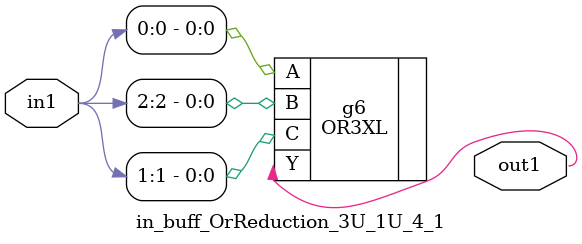
<source format=v>
`timescale 1ps / 1ps


module in_buff_OrReduction_3U_1U_4_1(in1, out1);
  input [2:0] in1;
  output out1;
  wire [2:0] in1;
  wire out1;
  OR3XL g6(.A (in1[0]), .B (in1[2]), .C (in1[1]), .Y (out1));
endmodule



</source>
